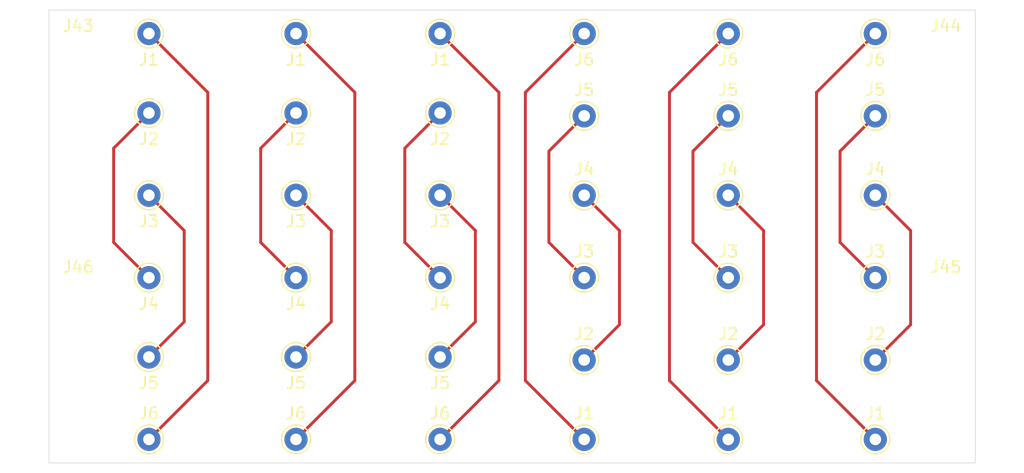
<source format=kicad_pcb>
(kicad_pcb (version 20171130) (host pcbnew "(5.1.6)-1")

  (general
    (thickness 1.6)
    (drawings 4)
    (tracks 66)
    (zones 0)
    (modules 40)
    (nets 8)
  )

  (page A4)
  (layers
    (0 F.Cu signal)
    (31 B.Cu signal)
    (32 B.Adhes user)
    (33 F.Adhes user)
    (34 B.Paste user)
    (35 F.Paste user)
    (36 B.SilkS user)
    (37 F.SilkS user)
    (38 B.Mask user)
    (39 F.Mask user)
    (40 Dwgs.User user)
    (41 Cmts.User user)
    (42 Eco1.User user)
    (43 Eco2.User user)
    (44 Edge.Cuts user)
    (45 Margin user)
    (46 B.CrtYd user)
    (47 F.CrtYd user)
    (48 B.Fab user)
    (49 F.Fab user)
  )

  (setup
    (last_trace_width 0.25)
    (trace_clearance 0.2)
    (zone_clearance 0.508)
    (zone_45_only no)
    (trace_min 0.2)
    (via_size 0.8)
    (via_drill 0.4)
    (via_min_size 0.4)
    (via_min_drill 0.3)
    (uvia_size 0.3)
    (uvia_drill 0.1)
    (uvias_allowed no)
    (uvia_min_size 0.2)
    (uvia_min_drill 0.1)
    (edge_width 0.05)
    (segment_width 0.2)
    (pcb_text_width 0.3)
    (pcb_text_size 1.5 1.5)
    (mod_edge_width 0.12)
    (mod_text_size 1 1)
    (mod_text_width 0.15)
    (pad_size 2 2)
    (pad_drill 1)
    (pad_to_mask_clearance 0.05)
    (aux_axis_origin 0 0)
    (visible_elements 7FFFFFFF)
    (pcbplotparams
      (layerselection 0x00000_7fffffff)
      (usegerberextensions false)
      (usegerberattributes true)
      (usegerberadvancedattributes true)
      (creategerberjobfile true)
      (excludeedgelayer true)
      (linewidth 0.100000)
      (plotframeref false)
      (viasonmask false)
      (mode 1)
      (useauxorigin false)
      (hpglpennumber 1)
      (hpglpenspeed 20)
      (hpglpendiameter 15.000000)
      (psnegative false)
      (psa4output false)
      (plotreference true)
      (plotvalue true)
      (plotinvisibletext false)
      (padsonsilk false)
      (subtractmaskfromsilk false)
      (outputformat 3)
      (mirror false)
      (drillshape 2)
      (scaleselection 1)
      (outputdirectory ""))
  )

  (net 0 "")
  (net 1 "Net-(J1-Pad1)")
  (net 2 "Net-(J2-Pad1)")
  (net 3 "Net-(J3-Pad1)")
  (net 4 "Net-(J43-Pad1)")
  (net 5 "Net-(J44-Pad1)")
  (net 6 "Net-(J45-Pad1)")
  (net 7 "Net-(J46-Pad1)")

  (net_class Default "This is the default net class."
    (clearance 0.2)
    (trace_width 0.25)
    (via_dia 0.8)
    (via_drill 0.4)
    (uvia_dia 0.3)
    (uvia_drill 0.1)
    (add_net "Net-(J1-Pad1)")
    (add_net "Net-(J2-Pad1)")
    (add_net "Net-(J3-Pad1)")
    (add_net "Net-(J43-Pad1)")
    (add_net "Net-(J44-Pad1)")
    (add_net "Net-(J45-Pad1)")
    (add_net "Net-(J46-Pad1)")
  )

  (module LEGENDHVLongConnector:HarwinPin (layer F.Cu) (tedit 5F05E013) (tstamp 5F03C891)
    (at 122.174 66.802 180)
    (descr "solder Pin_ diameter 1.0mm, hole diameter 1.0mm (press fit), length 10.0mm")
    (tags "solder Pin_ press fit")
    (path /5F0371FB)
    (fp_text reference J4 (at 0 2.25) (layer F.SilkS)
      (effects (font (size 1 1) (thickness 0.15)))
    )
    (fp_text value Conn_01x01_Male (at 0 -2.05) (layer F.Fab)
      (effects (font (size 1 1) (thickness 0.15)))
    )
    (fp_text user %R (at 0 2.25) (layer F.Fab)
      (effects (font (size 1 1) (thickness 0.15)))
    )
    (fp_circle (center 0 0) (end 1.25 0.05) (layer F.SilkS) (width 0.12))
    (fp_circle (center 0 0) (end 1 0) (layer F.Fab) (width 0.12))
    (fp_circle (center 0 0) (end 0.5 0) (layer F.Fab) (width 0.12))
    (fp_circle (center 0 0) (end 1.5 0) (layer F.CrtYd) (width 0.05))
    (pad 1 thru_hole circle (at 0 0 180) (size 2 2) (drill 1) (layers *.Cu *.Mask)
      (net 2 "Net-(J2-Pad1)"))
    (model "${KIPRJMOD}/Harwin pin 019144.STEP"
      (offset (xyz 0 0 -0.6))
      (scale (xyz 1 1 1))
      (rotate (xyz 0 180 0))
    )
  )

  (module LEGENDHVLongConnector:HarwinPin (layer F.Cu) (tedit 5F05E013) (tstamp 5F03C888)
    (at 122.174 73.914 180)
    (descr "solder Pin_ diameter 1.0mm, hole diameter 1.0mm (press fit), length 10.0mm")
    (tags "solder Pin_ press fit")
    (path /5F036D68)
    (fp_text reference J3 (at 0 2.25) (layer F.SilkS)
      (effects (font (size 1 1) (thickness 0.15)))
    )
    (fp_text value Conn_01x01_Male (at 0 -2.05) (layer F.Fab)
      (effects (font (size 1 1) (thickness 0.15)))
    )
    (fp_text user %R (at 0 2.25) (layer F.Fab)
      (effects (font (size 1 1) (thickness 0.15)))
    )
    (fp_circle (center 0 0) (end 1.25 0.05) (layer F.SilkS) (width 0.12))
    (fp_circle (center 0 0) (end 1 0) (layer F.Fab) (width 0.12))
    (fp_circle (center 0 0) (end 0.5 0) (layer F.Fab) (width 0.12))
    (fp_circle (center 0 0) (end 1.5 0) (layer F.CrtYd) (width 0.05))
    (pad 1 thru_hole circle (at 0 0 180) (size 2 2) (drill 1) (layers *.Cu *.Mask)
      (net 3 "Net-(J3-Pad1)"))
    (model "${KIPRJMOD}/Harwin pin 019144.STEP"
      (offset (xyz 0 0 -0.6))
      (scale (xyz 1 1 1))
      (rotate (xyz 0 180 0))
    )
  )

  (module LEGENDHVLongConnector:HarwinPin (layer F.Cu) (tedit 5F05E013) (tstamp 5F03C87F)
    (at 122.174 59.944 180)
    (descr "solder Pin_ diameter 1.0mm, hole diameter 1.0mm (press fit), length 10.0mm")
    (tags "solder Pin_ press fit")
    (path /5F037205)
    (fp_text reference J5 (at 0 2.25) (layer F.SilkS)
      (effects (font (size 1 1) (thickness 0.15)))
    )
    (fp_text value Conn_01x01_Male (at 0 -2.05) (layer F.Fab)
      (effects (font (size 1 1) (thickness 0.15)))
    )
    (fp_text user %R (at 0 2.25) (layer F.Fab)
      (effects (font (size 1 1) (thickness 0.15)))
    )
    (fp_circle (center 0 0) (end 1.25 0.05) (layer F.SilkS) (width 0.12))
    (fp_circle (center 0 0) (end 1 0) (layer F.Fab) (width 0.12))
    (fp_circle (center 0 0) (end 0.5 0) (layer F.Fab) (width 0.12))
    (fp_circle (center 0 0) (end 1.5 0) (layer F.CrtYd) (width 0.05))
    (pad 1 thru_hole circle (at 0 0 180) (size 2 2) (drill 1) (layers *.Cu *.Mask)
      (net 3 "Net-(J3-Pad1)"))
    (model "${KIPRJMOD}/Harwin pin 019144.STEP"
      (offset (xyz 0 0 -0.6))
      (scale (xyz 1 1 1))
      (rotate (xyz 0 180 0))
    )
  )

  (module LEGENDHVLongConnector:HarwinPin (layer F.Cu) (tedit 5F05E013) (tstamp 5F03C876)
    (at 122.174 52.832)
    (descr "solder Pin_ diameter 1.0mm, hole diameter 1.0mm (press fit), length 10.0mm")
    (tags "solder Pin_ press fit")
    (path /5F03720F)
    (fp_text reference J6 (at 0 2.25) (layer F.SilkS)
      (effects (font (size 1 1) (thickness 0.15)))
    )
    (fp_text value Conn_01x01_Male (at 0 -2.05) (layer F.Fab)
      (effects (font (size 1 1) (thickness 0.15)))
    )
    (fp_text user %R (at 0 2.25) (layer F.Fab)
      (effects (font (size 1 1) (thickness 0.15)))
    )
    (fp_circle (center 0 0) (end 1.25 0.05) (layer F.SilkS) (width 0.12))
    (fp_circle (center 0 0) (end 1 0) (layer F.Fab) (width 0.12))
    (fp_circle (center 0 0) (end 0.5 0) (layer F.Fab) (width 0.12))
    (fp_circle (center 0 0) (end 1.5 0) (layer F.CrtYd) (width 0.05))
    (pad 1 thru_hole circle (at 0 0) (size 2 2) (drill 1) (layers *.Cu *.Mask)
      (net 1 "Net-(J1-Pad1)"))
    (model "${KIPRJMOD}/Harwin pin 019144.STEP"
      (offset (xyz 0 0 -0.6))
      (scale (xyz 1 1 1))
      (rotate (xyz 0 180 0))
    )
  )

  (module LEGENDHVLongConnector:HarwinPin (layer F.Cu) (tedit 5F05E013) (tstamp 5F03C86D)
    (at 122.174 87.884 180)
    (descr "solder Pin_ diameter 1.0mm, hole diameter 1.0mm (press fit), length 10.0mm")
    (tags "solder Pin_ press fit")
    (path /5F034F32)
    (fp_text reference J1 (at 0 2.25) (layer F.SilkS)
      (effects (font (size 1 1) (thickness 0.15)))
    )
    (fp_text value Conn_01x01_Male (at 0 -2.05) (layer F.Fab)
      (effects (font (size 1 1) (thickness 0.15)))
    )
    (fp_text user %R (at 0 2.25) (layer F.Fab)
      (effects (font (size 1 1) (thickness 0.15)))
    )
    (fp_circle (center 0 0) (end 1.25 0.05) (layer F.SilkS) (width 0.12))
    (fp_circle (center 0 0) (end 1 0) (layer F.Fab) (width 0.12))
    (fp_circle (center 0 0) (end 0.5 0) (layer F.Fab) (width 0.12))
    (fp_circle (center 0 0) (end 1.5 0) (layer F.CrtYd) (width 0.05))
    (pad 1 thru_hole circle (at 0 0 180) (size 2 2) (drill 1) (layers *.Cu *.Mask)
      (net 1 "Net-(J1-Pad1)"))
    (model "${KIPRJMOD}/Harwin pin 019144.STEP"
      (offset (xyz 0 0 -0.6))
      (scale (xyz 1 1 1))
      (rotate (xyz 0 180 0))
    )
  )

  (module LEGENDHVLongConnector:HarwinPin (layer F.Cu) (tedit 5F05E013) (tstamp 5F03C864)
    (at 122.174 81.026 180)
    (descr "solder Pin_ diameter 1.0mm, hole diameter 1.0mm (press fit), length 10.0mm")
    (tags "solder Pin_ press fit")
    (path /5F036660)
    (fp_text reference J2 (at 0 2.25) (layer F.SilkS)
      (effects (font (size 1 1) (thickness 0.15)))
    )
    (fp_text value Conn_01x01_Male (at 0 -2.05) (layer F.Fab)
      (effects (font (size 1 1) (thickness 0.15)))
    )
    (fp_text user %R (at 0 2.25) (layer F.Fab)
      (effects (font (size 1 1) (thickness 0.15)))
    )
    (fp_circle (center 0 0) (end 1.25 0.05) (layer F.SilkS) (width 0.12))
    (fp_circle (center 0 0) (end 1 0) (layer F.Fab) (width 0.12))
    (fp_circle (center 0 0) (end 0.5 0) (layer F.Fab) (width 0.12))
    (fp_circle (center 0 0) (end 1.5 0) (layer F.CrtYd) (width 0.05))
    (pad 1 thru_hole circle (at 0 0 180) (size 2 2) (drill 1) (layers *.Cu *.Mask)
      (net 2 "Net-(J2-Pad1)"))
    (model "${KIPRJMOD}/Harwin pin 019144.STEP"
      (offset (xyz 0 0 -0.6))
      (scale (xyz 1 1 1))
      (rotate (xyz 0 180 0))
    )
  )

  (module LEGENDHVLongConnector:HarwinPin (layer F.Cu) (tedit 5F05E013) (tstamp 5F03C858)
    (at 97.028 66.802 180)
    (descr "solder Pin_ diameter 1.0mm, hole diameter 1.0mm (press fit), length 10.0mm")
    (tags "solder Pin_ press fit")
    (path /5F0371FB)
    (fp_text reference J4 (at 0 2.25) (layer F.SilkS)
      (effects (font (size 1 1) (thickness 0.15)))
    )
    (fp_text value Conn_01x01_Male (at 0 -2.05) (layer F.Fab)
      (effects (font (size 1 1) (thickness 0.15)))
    )
    (fp_text user %R (at 0 2.25) (layer F.Fab)
      (effects (font (size 1 1) (thickness 0.15)))
    )
    (fp_circle (center 0 0) (end 1.25 0.05) (layer F.SilkS) (width 0.12))
    (fp_circle (center 0 0) (end 1 0) (layer F.Fab) (width 0.12))
    (fp_circle (center 0 0) (end 0.5 0) (layer F.Fab) (width 0.12))
    (fp_circle (center 0 0) (end 1.5 0) (layer F.CrtYd) (width 0.05))
    (pad 1 thru_hole circle (at 0 0 180) (size 2 2) (drill 1) (layers *.Cu *.Mask)
      (net 2 "Net-(J2-Pad1)"))
    (model "${KIPRJMOD}/Harwin pin 019144.STEP"
      (offset (xyz 0 0 -0.6))
      (scale (xyz 1 1 1))
      (rotate (xyz 0 180 0))
    )
  )

  (module LEGENDHVLongConnector:HarwinPin (layer F.Cu) (tedit 5F05E013) (tstamp 5F03C84F)
    (at 109.474 66.802 180)
    (descr "solder Pin_ diameter 1.0mm, hole diameter 1.0mm (press fit), length 10.0mm")
    (tags "solder Pin_ press fit")
    (path /5F0371FB)
    (fp_text reference J4 (at 0 2.25) (layer F.SilkS)
      (effects (font (size 1 1) (thickness 0.15)))
    )
    (fp_text value Conn_01x01_Male (at 0 -2.05) (layer F.Fab)
      (effects (font (size 1 1) (thickness 0.15)))
    )
    (fp_text user %R (at 0 2.25) (layer F.Fab)
      (effects (font (size 1 1) (thickness 0.15)))
    )
    (fp_circle (center 0 0) (end 1.25 0.05) (layer F.SilkS) (width 0.12))
    (fp_circle (center 0 0) (end 1 0) (layer F.Fab) (width 0.12))
    (fp_circle (center 0 0) (end 0.5 0) (layer F.Fab) (width 0.12))
    (fp_circle (center 0 0) (end 1.5 0) (layer F.CrtYd) (width 0.05))
    (pad 1 thru_hole circle (at 0 0 180) (size 2 2) (drill 1) (layers *.Cu *.Mask)
      (net 2 "Net-(J2-Pad1)"))
    (model "${KIPRJMOD}/Harwin pin 019144.STEP"
      (offset (xyz 0 0 -0.6))
      (scale (xyz 1 1 1))
      (rotate (xyz 0 180 0))
    )
  )

  (module LEGENDHVLongConnector:HarwinPin (layer F.Cu) (tedit 5F05E013) (tstamp 5F03C846)
    (at 109.474 73.914 180)
    (descr "solder Pin_ diameter 1.0mm, hole diameter 1.0mm (press fit), length 10.0mm")
    (tags "solder Pin_ press fit")
    (path /5F036D68)
    (fp_text reference J3 (at 0 2.25) (layer F.SilkS)
      (effects (font (size 1 1) (thickness 0.15)))
    )
    (fp_text value Conn_01x01_Male (at 0 -2.05) (layer F.Fab)
      (effects (font (size 1 1) (thickness 0.15)))
    )
    (fp_text user %R (at 0 2.25) (layer F.Fab)
      (effects (font (size 1 1) (thickness 0.15)))
    )
    (fp_circle (center 0 0) (end 1.25 0.05) (layer F.SilkS) (width 0.12))
    (fp_circle (center 0 0) (end 1 0) (layer F.Fab) (width 0.12))
    (fp_circle (center 0 0) (end 0.5 0) (layer F.Fab) (width 0.12))
    (fp_circle (center 0 0) (end 1.5 0) (layer F.CrtYd) (width 0.05))
    (pad 1 thru_hole circle (at 0 0 180) (size 2 2) (drill 1) (layers *.Cu *.Mask)
      (net 3 "Net-(J3-Pad1)"))
    (model "${KIPRJMOD}/Harwin pin 019144.STEP"
      (offset (xyz 0 0 -0.6))
      (scale (xyz 1 1 1))
      (rotate (xyz 0 180 0))
    )
  )

  (module LEGENDHVLongConnector:HarwinPin (layer F.Cu) (tedit 5F05E013) (tstamp 5F03C83D)
    (at 109.474 52.832)
    (descr "solder Pin_ diameter 1.0mm, hole diameter 1.0mm (press fit), length 10.0mm")
    (tags "solder Pin_ press fit")
    (path /5F03720F)
    (fp_text reference J6 (at 0 2.25) (layer F.SilkS)
      (effects (font (size 1 1) (thickness 0.15)))
    )
    (fp_text value Conn_01x01_Male (at 0 -2.05) (layer F.Fab)
      (effects (font (size 1 1) (thickness 0.15)))
    )
    (fp_text user %R (at 0 2.25) (layer F.Fab)
      (effects (font (size 1 1) (thickness 0.15)))
    )
    (fp_circle (center 0 0) (end 1.25 0.05) (layer F.SilkS) (width 0.12))
    (fp_circle (center 0 0) (end 1 0) (layer F.Fab) (width 0.12))
    (fp_circle (center 0 0) (end 0.5 0) (layer F.Fab) (width 0.12))
    (fp_circle (center 0 0) (end 1.5 0) (layer F.CrtYd) (width 0.05))
    (pad 1 thru_hole circle (at 0 0) (size 2 2) (drill 1) (layers *.Cu *.Mask)
      (net 1 "Net-(J1-Pad1)"))
    (model "${KIPRJMOD}/Harwin pin 019144.STEP"
      (offset (xyz 0 0 -0.6))
      (scale (xyz 1 1 1))
      (rotate (xyz 0 180 0))
    )
  )

  (module LEGENDHVLongConnector:HarwinPin (layer F.Cu) (tedit 5F05E013) (tstamp 5F03C834)
    (at 109.474 87.884 180)
    (descr "solder Pin_ diameter 1.0mm, hole diameter 1.0mm (press fit), length 10.0mm")
    (tags "solder Pin_ press fit")
    (path /5F034F32)
    (fp_text reference J1 (at 0 2.25) (layer F.SilkS)
      (effects (font (size 1 1) (thickness 0.15)))
    )
    (fp_text value Conn_01x01_Male (at 0 -2.05) (layer F.Fab)
      (effects (font (size 1 1) (thickness 0.15)))
    )
    (fp_text user %R (at 0 2.25) (layer F.Fab)
      (effects (font (size 1 1) (thickness 0.15)))
    )
    (fp_circle (center 0 0) (end 1.25 0.05) (layer F.SilkS) (width 0.12))
    (fp_circle (center 0 0) (end 1 0) (layer F.Fab) (width 0.12))
    (fp_circle (center 0 0) (end 0.5 0) (layer F.Fab) (width 0.12))
    (fp_circle (center 0 0) (end 1.5 0) (layer F.CrtYd) (width 0.05))
    (pad 1 thru_hole circle (at 0 0 180) (size 2 2) (drill 1) (layers *.Cu *.Mask)
      (net 1 "Net-(J1-Pad1)"))
    (model "${KIPRJMOD}/Harwin pin 019144.STEP"
      (offset (xyz 0 0 -0.6))
      (scale (xyz 1 1 1))
      (rotate (xyz 0 180 0))
    )
  )

  (module LEGENDHVLongConnector:HarwinPin (layer F.Cu) (tedit 5F05E013) (tstamp 5F03C82B)
    (at 97.028 87.884 180)
    (descr "solder Pin_ diameter 1.0mm, hole diameter 1.0mm (press fit), length 10.0mm")
    (tags "solder Pin_ press fit")
    (path /5F034F32)
    (fp_text reference J1 (at 0 2.25) (layer F.SilkS)
      (effects (font (size 1 1) (thickness 0.15)))
    )
    (fp_text value Conn_01x01_Male (at 0 -2.05) (layer F.Fab)
      (effects (font (size 1 1) (thickness 0.15)))
    )
    (fp_text user %R (at 0 2.25) (layer F.Fab)
      (effects (font (size 1 1) (thickness 0.15)))
    )
    (fp_circle (center 0 0) (end 1.25 0.05) (layer F.SilkS) (width 0.12))
    (fp_circle (center 0 0) (end 1 0) (layer F.Fab) (width 0.12))
    (fp_circle (center 0 0) (end 0.5 0) (layer F.Fab) (width 0.12))
    (fp_circle (center 0 0) (end 1.5 0) (layer F.CrtYd) (width 0.05))
    (pad 1 thru_hole circle (at 0 0 180) (size 2 2) (drill 1) (layers *.Cu *.Mask)
      (net 1 "Net-(J1-Pad1)"))
    (model "${KIPRJMOD}/Harwin pin 019144.STEP"
      (offset (xyz 0 0 -0.6))
      (scale (xyz 1 1 1))
      (rotate (xyz 0 180 0))
    )
  )

  (module LEGENDHVLongConnector:HarwinPin (layer F.Cu) (tedit 5F05E013) (tstamp 5F03C822)
    (at 109.474 81.026 180)
    (descr "solder Pin_ diameter 1.0mm, hole diameter 1.0mm (press fit), length 10.0mm")
    (tags "solder Pin_ press fit")
    (path /5F036660)
    (fp_text reference J2 (at 0 2.25) (layer F.SilkS)
      (effects (font (size 1 1) (thickness 0.15)))
    )
    (fp_text value Conn_01x01_Male (at 0 -2.05) (layer F.Fab)
      (effects (font (size 1 1) (thickness 0.15)))
    )
    (fp_text user %R (at 0 2.25) (layer F.Fab)
      (effects (font (size 1 1) (thickness 0.15)))
    )
    (fp_circle (center 0 0) (end 1.25 0.05) (layer F.SilkS) (width 0.12))
    (fp_circle (center 0 0) (end 1 0) (layer F.Fab) (width 0.12))
    (fp_circle (center 0 0) (end 0.5 0) (layer F.Fab) (width 0.12))
    (fp_circle (center 0 0) (end 1.5 0) (layer F.CrtYd) (width 0.05))
    (pad 1 thru_hole circle (at 0 0 180) (size 2 2) (drill 1) (layers *.Cu *.Mask)
      (net 2 "Net-(J2-Pad1)"))
    (model "${KIPRJMOD}/Harwin pin 019144.STEP"
      (offset (xyz 0 0 -0.6))
      (scale (xyz 1 1 1))
      (rotate (xyz 0 180 0))
    )
  )

  (module LEGENDHVLongConnector:HarwinPin (layer F.Cu) (tedit 5F05E013) (tstamp 5F03C819)
    (at 109.474 59.944 180)
    (descr "solder Pin_ diameter 1.0mm, hole diameter 1.0mm (press fit), length 10.0mm")
    (tags "solder Pin_ press fit")
    (path /5F037205)
    (fp_text reference J5 (at 0 2.25) (layer F.SilkS)
      (effects (font (size 1 1) (thickness 0.15)))
    )
    (fp_text value Conn_01x01_Male (at 0 -2.05) (layer F.Fab)
      (effects (font (size 1 1) (thickness 0.15)))
    )
    (fp_text user %R (at 0 2.25) (layer F.Fab)
      (effects (font (size 1 1) (thickness 0.15)))
    )
    (fp_circle (center 0 0) (end 1.25 0.05) (layer F.SilkS) (width 0.12))
    (fp_circle (center 0 0) (end 1 0) (layer F.Fab) (width 0.12))
    (fp_circle (center 0 0) (end 0.5 0) (layer F.Fab) (width 0.12))
    (fp_circle (center 0 0) (end 1.5 0) (layer F.CrtYd) (width 0.05))
    (pad 1 thru_hole circle (at 0 0 180) (size 2 2) (drill 1) (layers *.Cu *.Mask)
      (net 3 "Net-(J3-Pad1)"))
    (model "${KIPRJMOD}/Harwin pin 019144.STEP"
      (offset (xyz 0 0 -0.6))
      (scale (xyz 1 1 1))
      (rotate (xyz 0 180 0))
    )
  )

  (module LEGENDHVLongConnector:HarwinPin (layer F.Cu) (tedit 5F05E013) (tstamp 5F03C810)
    (at 97.028 59.944 180)
    (descr "solder Pin_ diameter 1.0mm, hole diameter 1.0mm (press fit), length 10.0mm")
    (tags "solder Pin_ press fit")
    (path /5F037205)
    (fp_text reference J5 (at 0 2.25) (layer F.SilkS)
      (effects (font (size 1 1) (thickness 0.15)))
    )
    (fp_text value Conn_01x01_Male (at 0 -2.05) (layer F.Fab)
      (effects (font (size 1 1) (thickness 0.15)))
    )
    (fp_text user %R (at 0 2.25) (layer F.Fab)
      (effects (font (size 1 1) (thickness 0.15)))
    )
    (fp_circle (center 0 0) (end 1.25 0.05) (layer F.SilkS) (width 0.12))
    (fp_circle (center 0 0) (end 1 0) (layer F.Fab) (width 0.12))
    (fp_circle (center 0 0) (end 0.5 0) (layer F.Fab) (width 0.12))
    (fp_circle (center 0 0) (end 1.5 0) (layer F.CrtYd) (width 0.05))
    (pad 1 thru_hole circle (at 0 0 180) (size 2 2) (drill 1) (layers *.Cu *.Mask)
      (net 3 "Net-(J3-Pad1)"))
    (model "${KIPRJMOD}/Harwin pin 019144.STEP"
      (offset (xyz 0 0 -0.6))
      (scale (xyz 1 1 1))
      (rotate (xyz 0 180 0))
    )
  )

  (module LEGENDHVLongConnector:HarwinPin (layer F.Cu) (tedit 5F05E013) (tstamp 5F03C807)
    (at 97.028 81.026 180)
    (descr "solder Pin_ diameter 1.0mm, hole diameter 1.0mm (press fit), length 10.0mm")
    (tags "solder Pin_ press fit")
    (path /5F036660)
    (fp_text reference J2 (at 0 2.25) (layer F.SilkS)
      (effects (font (size 1 1) (thickness 0.15)))
    )
    (fp_text value Conn_01x01_Male (at 0 -2.05) (layer F.Fab)
      (effects (font (size 1 1) (thickness 0.15)))
    )
    (fp_text user %R (at 0 2.25) (layer F.Fab)
      (effects (font (size 1 1) (thickness 0.15)))
    )
    (fp_circle (center 0 0) (end 1.25 0.05) (layer F.SilkS) (width 0.12))
    (fp_circle (center 0 0) (end 1 0) (layer F.Fab) (width 0.12))
    (fp_circle (center 0 0) (end 0.5 0) (layer F.Fab) (width 0.12))
    (fp_circle (center 0 0) (end 1.5 0) (layer F.CrtYd) (width 0.05))
    (pad 1 thru_hole circle (at 0 0 180) (size 2 2) (drill 1) (layers *.Cu *.Mask)
      (net 2 "Net-(J2-Pad1)"))
    (model "${KIPRJMOD}/Harwin pin 019144.STEP"
      (offset (xyz 0 0 -0.6))
      (scale (xyz 1 1 1))
      (rotate (xyz 0 180 0))
    )
  )

  (module LEGENDHVLongConnector:HarwinPin (layer F.Cu) (tedit 5F05E013) (tstamp 5F03C7FE)
    (at 97.028 52.832)
    (descr "solder Pin_ diameter 1.0mm, hole diameter 1.0mm (press fit), length 10.0mm")
    (tags "solder Pin_ press fit")
    (path /5F03720F)
    (fp_text reference J6 (at 0 2.25) (layer F.SilkS)
      (effects (font (size 1 1) (thickness 0.15)))
    )
    (fp_text value Conn_01x01_Male (at 0 -2.05) (layer F.Fab)
      (effects (font (size 1 1) (thickness 0.15)))
    )
    (fp_text user %R (at 0 2.25) (layer F.Fab)
      (effects (font (size 1 1) (thickness 0.15)))
    )
    (fp_circle (center 0 0) (end 1.25 0.05) (layer F.SilkS) (width 0.12))
    (fp_circle (center 0 0) (end 1 0) (layer F.Fab) (width 0.12))
    (fp_circle (center 0 0) (end 0.5 0) (layer F.Fab) (width 0.12))
    (fp_circle (center 0 0) (end 1.5 0) (layer F.CrtYd) (width 0.05))
    (pad 1 thru_hole circle (at 0 0) (size 2 2) (drill 1) (layers *.Cu *.Mask)
      (net 1 "Net-(J1-Pad1)"))
    (model "${KIPRJMOD}/Harwin pin 019144.STEP"
      (offset (xyz 0 0 -0.6))
      (scale (xyz 1 1 1))
      (rotate (xyz 0 180 0))
    )
  )

  (module LEGENDHVLongConnector:HarwinPin (layer F.Cu) (tedit 5F05E013) (tstamp 5F03C7F5)
    (at 97.028 73.914 180)
    (descr "solder Pin_ diameter 1.0mm, hole diameter 1.0mm (press fit), length 10.0mm")
    (tags "solder Pin_ press fit")
    (path /5F036D68)
    (fp_text reference J3 (at 0 2.25) (layer F.SilkS)
      (effects (font (size 1 1) (thickness 0.15)))
    )
    (fp_text value Conn_01x01_Male (at 0 -2.05) (layer F.Fab)
      (effects (font (size 1 1) (thickness 0.15)))
    )
    (fp_text user %R (at 0 2.25) (layer F.Fab)
      (effects (font (size 1 1) (thickness 0.15)))
    )
    (fp_circle (center 0 0) (end 1.25 0.05) (layer F.SilkS) (width 0.12))
    (fp_circle (center 0 0) (end 1 0) (layer F.Fab) (width 0.12))
    (fp_circle (center 0 0) (end 0.5 0) (layer F.Fab) (width 0.12))
    (fp_circle (center 0 0) (end 1.5 0) (layer F.CrtYd) (width 0.05))
    (pad 1 thru_hole circle (at 0 0 180) (size 2 2) (drill 1) (layers *.Cu *.Mask)
      (net 3 "Net-(J3-Pad1)"))
    (model "${KIPRJMOD}/Harwin pin 019144.STEP"
      (offset (xyz 0 0 -0.6))
      (scale (xyz 1 1 1))
      (rotate (xyz 0 180 0))
    )
  )

  (module LEGENDHVLongConnector:HarwinPin (layer F.Cu) (tedit 5F05E013) (tstamp 5F03C7BB)
    (at 84.582 73.914)
    (descr "solder Pin_ diameter 1.0mm, hole diameter 1.0mm (press fit), length 10.0mm")
    (tags "solder Pin_ press fit")
    (path /5F0371FB)
    (fp_text reference J4 (at 0 2.25) (layer F.SilkS)
      (effects (font (size 1 1) (thickness 0.15)))
    )
    (fp_text value Conn_01x01_Male (at 0 -2.05) (layer F.Fab)
      (effects (font (size 1 1) (thickness 0.15)))
    )
    (fp_text user %R (at 0 2.25) (layer F.Fab)
      (effects (font (size 1 1) (thickness 0.15)))
    )
    (fp_circle (center 0 0) (end 1.25 0.05) (layer F.SilkS) (width 0.12))
    (fp_circle (center 0 0) (end 1 0) (layer F.Fab) (width 0.12))
    (fp_circle (center 0 0) (end 0.5 0) (layer F.Fab) (width 0.12))
    (fp_circle (center 0 0) (end 1.5 0) (layer F.CrtYd) (width 0.05))
    (pad 1 thru_hole circle (at 0 0) (size 2 2) (drill 1) (layers *.Cu *.Mask)
      (net 2 "Net-(J2-Pad1)"))
    (model "${KIPRJMOD}/Harwin pin 019144.STEP"
      (offset (xyz 0 0 -0.6))
      (scale (xyz 1 1 1))
      (rotate (xyz 0 180 0))
    )
  )

  (module LEGENDHVLongConnector:HarwinPin (layer F.Cu) (tedit 5F05E013) (tstamp 5F03C7A9)
    (at 72.136 73.914)
    (descr "solder Pin_ diameter 1.0mm, hole diameter 1.0mm (press fit), length 10.0mm")
    (tags "solder Pin_ press fit")
    (path /5F0371FB)
    (fp_text reference J4 (at 0 2.25) (layer F.SilkS)
      (effects (font (size 1 1) (thickness 0.15)))
    )
    (fp_text value Conn_01x01_Male (at 0 -2.05) (layer F.Fab)
      (effects (font (size 1 1) (thickness 0.15)))
    )
    (fp_text user %R (at 0 2.25) (layer F.Fab)
      (effects (font (size 1 1) (thickness 0.15)))
    )
    (fp_circle (center 0 0) (end 1.25 0.05) (layer F.SilkS) (width 0.12))
    (fp_circle (center 0 0) (end 1 0) (layer F.Fab) (width 0.12))
    (fp_circle (center 0 0) (end 0.5 0) (layer F.Fab) (width 0.12))
    (fp_circle (center 0 0) (end 1.5 0) (layer F.CrtYd) (width 0.05))
    (pad 1 thru_hole circle (at 0 0) (size 2 2) (drill 1) (layers *.Cu *.Mask)
      (net 2 "Net-(J2-Pad1)"))
    (model "${KIPRJMOD}/Harwin pin 019144.STEP"
      (offset (xyz 0 0 -0.6))
      (scale (xyz 1 1 1))
      (rotate (xyz 0 180 0))
    )
  )

  (module LEGENDHVLongConnector:HarwinPin (layer F.Cu) (tedit 5F05E013) (tstamp 5F03C78E)
    (at 84.582 66.802)
    (descr "solder Pin_ diameter 1.0mm, hole diameter 1.0mm (press fit), length 10.0mm")
    (tags "solder Pin_ press fit")
    (path /5F036D68)
    (fp_text reference J3 (at 0 2.25) (layer F.SilkS)
      (effects (font (size 1 1) (thickness 0.15)))
    )
    (fp_text value Conn_01x01_Male (at 0 -2.05) (layer F.Fab)
      (effects (font (size 1 1) (thickness 0.15)))
    )
    (fp_text user %R (at 0 2.25) (layer F.Fab)
      (effects (font (size 1 1) (thickness 0.15)))
    )
    (fp_circle (center 0 0) (end 1.25 0.05) (layer F.SilkS) (width 0.12))
    (fp_circle (center 0 0) (end 1 0) (layer F.Fab) (width 0.12))
    (fp_circle (center 0 0) (end 0.5 0) (layer F.Fab) (width 0.12))
    (fp_circle (center 0 0) (end 1.5 0) (layer F.CrtYd) (width 0.05))
    (pad 1 thru_hole circle (at 0 0) (size 2 2) (drill 1) (layers *.Cu *.Mask)
      (net 3 "Net-(J3-Pad1)"))
    (model "${KIPRJMOD}/Harwin pin 019144.STEP"
      (offset (xyz 0 0 -0.6))
      (scale (xyz 1 1 1))
      (rotate (xyz 0 180 0))
    )
  )

  (module LEGENDHVLongConnector:HarwinPin (layer F.Cu) (tedit 5F05E013) (tstamp 5F03C77C)
    (at 72.136 66.802)
    (descr "solder Pin_ diameter 1.0mm, hole diameter 1.0mm (press fit), length 10.0mm")
    (tags "solder Pin_ press fit")
    (path /5F036D68)
    (fp_text reference J3 (at 0 2.25) (layer F.SilkS)
      (effects (font (size 1 1) (thickness 0.15)))
    )
    (fp_text value Conn_01x01_Male (at 0 -2.05) (layer F.Fab)
      (effects (font (size 1 1) (thickness 0.15)))
    )
    (fp_text user %R (at 0 2.25) (layer F.Fab)
      (effects (font (size 1 1) (thickness 0.15)))
    )
    (fp_circle (center 0 0) (end 1.25 0.05) (layer F.SilkS) (width 0.12))
    (fp_circle (center 0 0) (end 1 0) (layer F.Fab) (width 0.12))
    (fp_circle (center 0 0) (end 0.5 0) (layer F.Fab) (width 0.12))
    (fp_circle (center 0 0) (end 1.5 0) (layer F.CrtYd) (width 0.05))
    (pad 1 thru_hole circle (at 0 0) (size 2 2) (drill 1) (layers *.Cu *.Mask)
      (net 3 "Net-(J3-Pad1)"))
    (model "${KIPRJMOD}/Harwin pin 019144.STEP"
      (offset (xyz 0 0 -0.6))
      (scale (xyz 1 1 1))
      (rotate (xyz 0 180 0))
    )
  )

  (module LEGENDHVLongConnector:HarwinPin (layer F.Cu) (tedit 5F05E013) (tstamp 5F03C761)
    (at 84.582 80.772)
    (descr "solder Pin_ diameter 1.0mm, hole diameter 1.0mm (press fit), length 10.0mm")
    (tags "solder Pin_ press fit")
    (path /5F037205)
    (fp_text reference J5 (at 0 2.25) (layer F.SilkS)
      (effects (font (size 1 1) (thickness 0.15)))
    )
    (fp_text value Conn_01x01_Male (at 0 -2.05) (layer F.Fab)
      (effects (font (size 1 1) (thickness 0.15)))
    )
    (fp_text user %R (at 0 2.25) (layer F.Fab)
      (effects (font (size 1 1) (thickness 0.15)))
    )
    (fp_circle (center 0 0) (end 1.25 0.05) (layer F.SilkS) (width 0.12))
    (fp_circle (center 0 0) (end 1 0) (layer F.Fab) (width 0.12))
    (fp_circle (center 0 0) (end 0.5 0) (layer F.Fab) (width 0.12))
    (fp_circle (center 0 0) (end 1.5 0) (layer F.CrtYd) (width 0.05))
    (pad 1 thru_hole circle (at 0 0) (size 2 2) (drill 1) (layers *.Cu *.Mask)
      (net 3 "Net-(J3-Pad1)"))
    (model "${KIPRJMOD}/Harwin pin 019144.STEP"
      (offset (xyz 0 0 -0.6))
      (scale (xyz 1 1 1))
      (rotate (xyz 0 180 0))
    )
  )

  (module LEGENDHVLongConnector:HarwinPin (layer F.Cu) (tedit 5F05E013) (tstamp 5F03C74F)
    (at 72.136 80.772)
    (descr "solder Pin_ diameter 1.0mm, hole diameter 1.0mm (press fit), length 10.0mm")
    (tags "solder Pin_ press fit")
    (path /5F037205)
    (fp_text reference J5 (at 0 2.25) (layer F.SilkS)
      (effects (font (size 1 1) (thickness 0.15)))
    )
    (fp_text value Conn_01x01_Male (at 0 -2.05) (layer F.Fab)
      (effects (font (size 1 1) (thickness 0.15)))
    )
    (fp_text user %R (at 0 2.25) (layer F.Fab)
      (effects (font (size 1 1) (thickness 0.15)))
    )
    (fp_circle (center 0 0) (end 1.25 0.05) (layer F.SilkS) (width 0.12))
    (fp_circle (center 0 0) (end 1 0) (layer F.Fab) (width 0.12))
    (fp_circle (center 0 0) (end 0.5 0) (layer F.Fab) (width 0.12))
    (fp_circle (center 0 0) (end 1.5 0) (layer F.CrtYd) (width 0.05))
    (pad 1 thru_hole circle (at 0 0) (size 2 2) (drill 1) (layers *.Cu *.Mask)
      (net 3 "Net-(J3-Pad1)"))
    (model "${KIPRJMOD}/Harwin pin 019144.STEP"
      (offset (xyz 0 0 -0.6))
      (scale (xyz 1 1 1))
      (rotate (xyz 0 180 0))
    )
  )

  (module LEGENDHVLongConnector:HarwinPin (layer F.Cu) (tedit 5F05E013) (tstamp 5F03C734)
    (at 84.582 87.884 180)
    (descr "solder Pin_ diameter 1.0mm, hole diameter 1.0mm (press fit), length 10.0mm")
    (tags "solder Pin_ press fit")
    (path /5F03720F)
    (fp_text reference J6 (at 0 2.25) (layer F.SilkS)
      (effects (font (size 1 1) (thickness 0.15)))
    )
    (fp_text value Conn_01x01_Male (at 0 -2.05) (layer F.Fab)
      (effects (font (size 1 1) (thickness 0.15)))
    )
    (fp_text user %R (at 0 2.25) (layer F.Fab)
      (effects (font (size 1 1) (thickness 0.15)))
    )
    (fp_circle (center 0 0) (end 1.25 0.05) (layer F.SilkS) (width 0.12))
    (fp_circle (center 0 0) (end 1 0) (layer F.Fab) (width 0.12))
    (fp_circle (center 0 0) (end 0.5 0) (layer F.Fab) (width 0.12))
    (fp_circle (center 0 0) (end 1.5 0) (layer F.CrtYd) (width 0.05))
    (pad 1 thru_hole circle (at 0 0 180) (size 2 2) (drill 1) (layers *.Cu *.Mask)
      (net 1 "Net-(J1-Pad1)"))
    (model "${KIPRJMOD}/Harwin pin 019144.STEP"
      (offset (xyz 0 0 -0.6))
      (scale (xyz 1 1 1))
      (rotate (xyz 0 180 0))
    )
  )

  (module LEGENDHVLongConnector:HarwinPin (layer F.Cu) (tedit 5F05E013) (tstamp 5F03C722)
    (at 72.136 87.884 180)
    (descr "solder Pin_ diameter 1.0mm, hole diameter 1.0mm (press fit), length 10.0mm")
    (tags "solder Pin_ press fit")
    (path /5F03720F)
    (fp_text reference J6 (at 0 2.25) (layer F.SilkS)
      (effects (font (size 1 1) (thickness 0.15)))
    )
    (fp_text value Conn_01x01_Male (at 0 -2.05) (layer F.Fab)
      (effects (font (size 1 1) (thickness 0.15)))
    )
    (fp_text user %R (at 0 2.25) (layer F.Fab)
      (effects (font (size 1 1) (thickness 0.15)))
    )
    (fp_circle (center 0 0) (end 1.25 0.05) (layer F.SilkS) (width 0.12))
    (fp_circle (center 0 0) (end 1 0) (layer F.Fab) (width 0.12))
    (fp_circle (center 0 0) (end 0.5 0) (layer F.Fab) (width 0.12))
    (fp_circle (center 0 0) (end 1.5 0) (layer F.CrtYd) (width 0.05))
    (pad 1 thru_hole circle (at 0 0 180) (size 2 2) (drill 1) (layers *.Cu *.Mask)
      (net 1 "Net-(J1-Pad1)"))
    (model "${KIPRJMOD}/Harwin pin 019144.STEP"
      (offset (xyz 0 0 -0.6))
      (scale (xyz 1 1 1))
      (rotate (xyz 0 180 0))
    )
  )

  (module LEGENDHVLongConnector:HarwinPin (layer F.Cu) (tedit 5F05E013) (tstamp 5F03C707)
    (at 84.582 52.832)
    (descr "solder Pin_ diameter 1.0mm, hole diameter 1.0mm (press fit), length 10.0mm")
    (tags "solder Pin_ press fit")
    (path /5F034F32)
    (fp_text reference J1 (at 0 2.25) (layer F.SilkS)
      (effects (font (size 1 1) (thickness 0.15)))
    )
    (fp_text value Conn_01x01_Male (at 0 -2.05) (layer F.Fab)
      (effects (font (size 1 1) (thickness 0.15)))
    )
    (fp_text user %R (at 0 2.25) (layer F.Fab)
      (effects (font (size 1 1) (thickness 0.15)))
    )
    (fp_circle (center 0 0) (end 1.25 0.05) (layer F.SilkS) (width 0.12))
    (fp_circle (center 0 0) (end 1 0) (layer F.Fab) (width 0.12))
    (fp_circle (center 0 0) (end 0.5 0) (layer F.Fab) (width 0.12))
    (fp_circle (center 0 0) (end 1.5 0) (layer F.CrtYd) (width 0.05))
    (pad 1 thru_hole circle (at 0 0) (size 2 2) (drill 1) (layers *.Cu *.Mask)
      (net 1 "Net-(J1-Pad1)"))
    (model "${KIPRJMOD}/Harwin pin 019144.STEP"
      (offset (xyz 0 0 -0.6))
      (scale (xyz 1 1 1))
      (rotate (xyz 0 180 0))
    )
  )

  (module LEGENDHVLongConnector:HarwinPin (layer F.Cu) (tedit 5F05E013) (tstamp 5F03C6F5)
    (at 72.136 52.832)
    (descr "solder Pin_ diameter 1.0mm, hole diameter 1.0mm (press fit), length 10.0mm")
    (tags "solder Pin_ press fit")
    (path /5F034F32)
    (fp_text reference J1 (at 0 2.25) (layer F.SilkS)
      (effects (font (size 1 1) (thickness 0.15)))
    )
    (fp_text value Conn_01x01_Male (at 0 -2.05) (layer F.Fab)
      (effects (font (size 1 1) (thickness 0.15)))
    )
    (fp_text user %R (at 0 2.25) (layer F.Fab)
      (effects (font (size 1 1) (thickness 0.15)))
    )
    (fp_circle (center 0 0) (end 1.25 0.05) (layer F.SilkS) (width 0.12))
    (fp_circle (center 0 0) (end 1 0) (layer F.Fab) (width 0.12))
    (fp_circle (center 0 0) (end 0.5 0) (layer F.Fab) (width 0.12))
    (fp_circle (center 0 0) (end 1.5 0) (layer F.CrtYd) (width 0.05))
    (pad 1 thru_hole circle (at 0 0) (size 2 2) (drill 1) (layers *.Cu *.Mask)
      (net 1 "Net-(J1-Pad1)"))
    (model "${KIPRJMOD}/Harwin pin 019144.STEP"
      (offset (xyz 0 0 -0.6))
      (scale (xyz 1 1 1))
      (rotate (xyz 0 180 0))
    )
  )

  (module LEGENDHVLongConnector:HarwinPin (layer F.Cu) (tedit 5F05E013) (tstamp 5F03C6DA)
    (at 84.582 59.69)
    (descr "solder Pin_ diameter 1.0mm, hole diameter 1.0mm (press fit), length 10.0mm")
    (tags "solder Pin_ press fit")
    (path /5F036660)
    (fp_text reference J2 (at 0 2.25) (layer F.SilkS)
      (effects (font (size 1 1) (thickness 0.15)))
    )
    (fp_text value Conn_01x01_Male (at 0 -2.05) (layer F.Fab)
      (effects (font (size 1 1) (thickness 0.15)))
    )
    (fp_text user %R (at 0 2.25) (layer F.Fab)
      (effects (font (size 1 1) (thickness 0.15)))
    )
    (fp_circle (center 0 0) (end 1.25 0.05) (layer F.SilkS) (width 0.12))
    (fp_circle (center 0 0) (end 1 0) (layer F.Fab) (width 0.12))
    (fp_circle (center 0 0) (end 0.5 0) (layer F.Fab) (width 0.12))
    (fp_circle (center 0 0) (end 1.5 0) (layer F.CrtYd) (width 0.05))
    (pad 1 thru_hole circle (at 0 0) (size 2 2) (drill 1) (layers *.Cu *.Mask)
      (net 2 "Net-(J2-Pad1)"))
    (model "${KIPRJMOD}/Harwin pin 019144.STEP"
      (offset (xyz 0 0 -0.6))
      (scale (xyz 1 1 1))
      (rotate (xyz 0 180 0))
    )
  )

  (module LEGENDHVLongConnector:HarwinPin (layer F.Cu) (tedit 5F05E013) (tstamp 5F03C6C8)
    (at 72.136 59.69)
    (descr "solder Pin_ diameter 1.0mm, hole diameter 1.0mm (press fit), length 10.0mm")
    (tags "solder Pin_ press fit")
    (path /5F036660)
    (fp_text reference J2 (at 0 2.25) (layer F.SilkS)
      (effects (font (size 1 1) (thickness 0.15)))
    )
    (fp_text value Conn_01x01_Male (at 0 -2.05) (layer F.Fab)
      (effects (font (size 1 1) (thickness 0.15)))
    )
    (fp_text user %R (at 0 2.25) (layer F.Fab)
      (effects (font (size 1 1) (thickness 0.15)))
    )
    (fp_circle (center 0 0) (end 1.25 0.05) (layer F.SilkS) (width 0.12))
    (fp_circle (center 0 0) (end 1 0) (layer F.Fab) (width 0.12))
    (fp_circle (center 0 0) (end 0.5 0) (layer F.Fab) (width 0.12))
    (fp_circle (center 0 0) (end 1.5 0) (layer F.CrtYd) (width 0.05))
    (pad 1 thru_hole circle (at 0 0) (size 2 2) (drill 1) (layers *.Cu *.Mask)
      (net 2 "Net-(J2-Pad1)"))
    (model "${KIPRJMOD}/Harwin pin 019144.STEP"
      (offset (xyz 0 0 -0.6))
      (scale (xyz 1 1 1))
      (rotate (xyz 0 180 0))
    )
  )

  (module LEGENDHVLongConnector:HarwinPin (layer F.Cu) (tedit 5F05E013) (tstamp 5F03AC5A)
    (at 59.436 87.884 180)
    (descr "solder Pin_ diameter 1.0mm, hole diameter 1.0mm (press fit), length 10.0mm")
    (tags "solder Pin_ press fit")
    (path /5F03720F)
    (fp_text reference J6 (at 0 2.25) (layer F.SilkS)
      (effects (font (size 1 1) (thickness 0.15)))
    )
    (fp_text value Conn_01x01_Male (at 0 -2.05) (layer F.Fab)
      (effects (font (size 1 1) (thickness 0.15)))
    )
    (fp_text user %R (at 0 2.25) (layer F.Fab)
      (effects (font (size 1 1) (thickness 0.15)))
    )
    (fp_circle (center 0 0) (end 1.25 0.05) (layer F.SilkS) (width 0.12))
    (fp_circle (center 0 0) (end 1 0) (layer F.Fab) (width 0.12))
    (fp_circle (center 0 0) (end 0.5 0) (layer F.Fab) (width 0.12))
    (fp_circle (center 0 0) (end 1.5 0) (layer F.CrtYd) (width 0.05))
    (pad 1 thru_hole circle (at 0 0 180) (size 2 2) (drill 1) (layers *.Cu *.Mask)
      (net 1 "Net-(J1-Pad1)"))
    (model "${KIPRJMOD}/Harwin pin 019144.STEP"
      (offset (xyz 0 0 -0.6))
      (scale (xyz 1 1 1))
      (rotate (xyz 0 180 0))
    )
  )

  (module LEGENDHVLongConnector:HarwinPin (layer F.Cu) (tedit 5F05E013) (tstamp 5F03AC50)
    (at 59.436 80.772)
    (descr "solder Pin_ diameter 1.0mm, hole diameter 1.0mm (press fit), length 10.0mm")
    (tags "solder Pin_ press fit")
    (path /5F037205)
    (fp_text reference J5 (at 0 2.25) (layer F.SilkS)
      (effects (font (size 1 1) (thickness 0.15)))
    )
    (fp_text value Conn_01x01_Male (at 0 -2.05) (layer F.Fab)
      (effects (font (size 1 1) (thickness 0.15)))
    )
    (fp_text user %R (at 0 2.25) (layer F.Fab)
      (effects (font (size 1 1) (thickness 0.15)))
    )
    (fp_circle (center 0 0) (end 1.25 0.05) (layer F.SilkS) (width 0.12))
    (fp_circle (center 0 0) (end 1 0) (layer F.Fab) (width 0.12))
    (fp_circle (center 0 0) (end 0.5 0) (layer F.Fab) (width 0.12))
    (fp_circle (center 0 0) (end 1.5 0) (layer F.CrtYd) (width 0.05))
    (pad 1 thru_hole circle (at 0 0) (size 2 2) (drill 1) (layers *.Cu *.Mask)
      (net 3 "Net-(J3-Pad1)"))
    (model "${KIPRJMOD}/Harwin pin 019144.STEP"
      (offset (xyz 0 0 -0.6))
      (scale (xyz 1 1 1))
      (rotate (xyz 0 180 0))
    )
  )

  (module LEGENDHVLongConnector:HarwinPin (layer F.Cu) (tedit 5F05E013) (tstamp 5F03B14D)
    (at 59.436 73.914)
    (descr "solder Pin_ diameter 1.0mm, hole diameter 1.0mm (press fit), length 10.0mm")
    (tags "solder Pin_ press fit")
    (path /5F0371FB)
    (fp_text reference J4 (at 0 2.25) (layer F.SilkS)
      (effects (font (size 1 1) (thickness 0.15)))
    )
    (fp_text value Conn_01x01_Male (at 0 -2.05) (layer F.Fab)
      (effects (font (size 1 1) (thickness 0.15)))
    )
    (fp_text user %R (at 0 2.25) (layer F.Fab)
      (effects (font (size 1 1) (thickness 0.15)))
    )
    (fp_circle (center 0 0) (end 1.25 0.05) (layer F.SilkS) (width 0.12))
    (fp_circle (center 0 0) (end 1 0) (layer F.Fab) (width 0.12))
    (fp_circle (center 0 0) (end 0.5 0) (layer F.Fab) (width 0.12))
    (fp_circle (center 0 0) (end 1.5 0) (layer F.CrtYd) (width 0.05))
    (pad 1 thru_hole circle (at 0 0) (size 2 2) (drill 1) (layers *.Cu *.Mask)
      (net 2 "Net-(J2-Pad1)"))
    (model "${KIPRJMOD}/Harwin pin 019144.STEP"
      (offset (xyz 0 0 -0.6))
      (scale (xyz 1 1 1))
      (rotate (xyz 0 180 0))
    )
  )

  (module LEGENDHVLongConnector:HarwinPin (layer F.Cu) (tedit 5F05E013) (tstamp 5F03AC3C)
    (at 59.436 66.802)
    (descr "solder Pin_ diameter 1.0mm, hole diameter 1.0mm (press fit), length 10.0mm")
    (tags "solder Pin_ press fit")
    (path /5F036D68)
    (fp_text reference J3 (at 0 2.25) (layer F.SilkS)
      (effects (font (size 1 1) (thickness 0.15)))
    )
    (fp_text value Conn_01x01_Male (at 0 -2.05) (layer F.Fab)
      (effects (font (size 1 1) (thickness 0.15)))
    )
    (fp_text user %R (at 0 2.25) (layer F.Fab)
      (effects (font (size 1 1) (thickness 0.15)))
    )
    (fp_circle (center 0 0) (end 1.25 0.05) (layer F.SilkS) (width 0.12))
    (fp_circle (center 0 0) (end 1 0) (layer F.Fab) (width 0.12))
    (fp_circle (center 0 0) (end 0.5 0) (layer F.Fab) (width 0.12))
    (fp_circle (center 0 0) (end 1.5 0) (layer F.CrtYd) (width 0.05))
    (pad 1 thru_hole circle (at 0 0) (size 2 2) (drill 1) (layers *.Cu *.Mask)
      (net 3 "Net-(J3-Pad1)"))
    (model "${KIPRJMOD}/Harwin pin 019144.STEP"
      (offset (xyz 0 0 -0.6))
      (scale (xyz 1 1 1))
      (rotate (xyz 0 180 0))
    )
  )

  (module LEGENDHVLongConnector:HarwinPin (layer F.Cu) (tedit 5F05E013) (tstamp 5F03AC32)
    (at 59.436 59.69)
    (descr "solder Pin_ diameter 1.0mm, hole diameter 1.0mm (press fit), length 10.0mm")
    (tags "solder Pin_ press fit")
    (path /5F036660)
    (fp_text reference J2 (at 0 2.25) (layer F.SilkS)
      (effects (font (size 1 1) (thickness 0.15)))
    )
    (fp_text value Conn_01x01_Male (at 0 -2.05) (layer F.Fab)
      (effects (font (size 1 1) (thickness 0.15)))
    )
    (fp_text user %R (at 0 2.25) (layer F.Fab)
      (effects (font (size 1 1) (thickness 0.15)))
    )
    (fp_circle (center 0 0) (end 1.25 0.05) (layer F.SilkS) (width 0.12))
    (fp_circle (center 0 0) (end 1 0) (layer F.Fab) (width 0.12))
    (fp_circle (center 0 0) (end 0.5 0) (layer F.Fab) (width 0.12))
    (fp_circle (center 0 0) (end 1.5 0) (layer F.CrtYd) (width 0.05))
    (pad 1 thru_hole circle (at 0 0) (size 2 2) (drill 1) (layers *.Cu *.Mask)
      (net 2 "Net-(J2-Pad1)"))
    (model "${KIPRJMOD}/Harwin pin 019144.STEP"
      (offset (xyz 0 0 -0.6))
      (scale (xyz 1 1 1))
      (rotate (xyz 0 180 0))
    )
  )

  (module LEGENDHVLongConnector:HarwinPin (layer F.Cu) (tedit 5F05E013) (tstamp 5F03B678)
    (at 59.436 52.832)
    (descr "solder Pin_ diameter 1.0mm, hole diameter 1.0mm (press fit), length 10.0mm")
    (tags "solder Pin_ press fit")
    (path /5F034F32)
    (fp_text reference J1 (at 0 2.25) (layer F.SilkS)
      (effects (font (size 1 1) (thickness 0.15)))
    )
    (fp_text value Conn_01x01_Male (at 0 -2.05) (layer F.Fab)
      (effects (font (size 1 1) (thickness 0.15)))
    )
    (fp_text user %R (at 0 2.25) (layer F.Fab)
      (effects (font (size 1 1) (thickness 0.15)))
    )
    (fp_circle (center 0 0) (end 1.25 0.05) (layer F.SilkS) (width 0.12))
    (fp_circle (center 0 0) (end 1 0) (layer F.Fab) (width 0.12))
    (fp_circle (center 0 0) (end 0.5 0) (layer F.Fab) (width 0.12))
    (fp_circle (center 0 0) (end 1.5 0) (layer F.CrtYd) (width 0.05))
    (pad 1 thru_hole circle (at 0 0) (size 2 2) (drill 1) (layers *.Cu *.Mask)
      (net 1 "Net-(J1-Pad1)"))
    (model "${KIPRJMOD}/Harwin pin 019144.STEP"
      (offset (xyz 0 0 -0.6))
      (scale (xyz 1 1 1))
      (rotate (xyz 0 180 0))
    )
  )

  (module MountingHole:MountingHole_2.2mm_M2 (layer F.Cu) (tedit 56D1B4CB) (tstamp 5F03ADE2)
    (at 53.34 76.2)
    (descr "Mounting Hole 2.2mm, no annular, M2")
    (tags "mounting hole 2.2mm no annular m2")
    (path /5F06827B)
    (attr virtual)
    (fp_text reference J46 (at 0 -3.2) (layer F.SilkS)
      (effects (font (size 1 1) (thickness 0.15)))
    )
    (fp_text value Conn_01x01_Male (at 0 3.2) (layer F.Fab)
      (effects (font (size 1 1) (thickness 0.15)))
    )
    (fp_circle (center 0 0) (end 2.45 0) (layer F.CrtYd) (width 0.05))
    (fp_circle (center 0 0) (end 2.2 0) (layer Cmts.User) (width 0.15))
    (fp_text user %R (at 0.3 0) (layer F.Fab)
      (effects (font (size 1 1) (thickness 0.15)))
    )
    (pad 1 np_thru_hole circle (at 0 0) (size 2.2 2.2) (drill 2.2) (layers *.Cu *.Mask)
      (net 7 "Net-(J46-Pad1)"))
  )

  (module MountingHole:MountingHole_2.2mm_M2 (layer F.Cu) (tedit 56D1B4CB) (tstamp 5F03B4BC)
    (at 128.27 76.2)
    (descr "Mounting Hole 2.2mm, no annular, M2")
    (tags "mounting hole 2.2mm no annular m2")
    (path /5F068271)
    (attr virtual)
    (fp_text reference J45 (at 0 -3.2) (layer F.SilkS)
      (effects (font (size 1 1) (thickness 0.15)))
    )
    (fp_text value Conn_01x01_Male (at 0 3.2) (layer F.Fab)
      (effects (font (size 1 1) (thickness 0.15)))
    )
    (fp_circle (center 0 0) (end 2.45 0) (layer F.CrtYd) (width 0.05))
    (fp_circle (center 0 0) (end 2.2 0) (layer Cmts.User) (width 0.15))
    (fp_text user %R (at 0.3 0) (layer F.Fab)
      (effects (font (size 1 1) (thickness 0.15)))
    )
    (pad 1 np_thru_hole circle (at 0 0) (size 2.2 2.2) (drill 2.2) (layers *.Cu *.Mask)
      (net 6 "Net-(J45-Pad1)"))
  )

  (module MountingHole:MountingHole_2.2mm_M2 (layer F.Cu) (tedit 56D1B4CB) (tstamp 5F03B6AF)
    (at 128.27 55.372)
    (descr "Mounting Hole 2.2mm, no annular, M2")
    (tags "mounting hole 2.2mm no annular m2")
    (path /5F066D9E)
    (attr virtual)
    (fp_text reference J44 (at 0 -3.2) (layer F.SilkS)
      (effects (font (size 1 1) (thickness 0.15)))
    )
    (fp_text value Conn_01x01_Male (at 0 3.2) (layer F.Fab)
      (effects (font (size 1 1) (thickness 0.15)))
    )
    (fp_circle (center 0 0) (end 2.45 0) (layer F.CrtYd) (width 0.05))
    (fp_circle (center 0 0) (end 2.2 0) (layer Cmts.User) (width 0.15))
    (fp_text user %R (at 0.3 0) (layer F.Fab)
      (effects (font (size 1 1) (thickness 0.15)))
    )
    (pad 1 np_thru_hole circle (at 0 0) (size 2.2 2.2) (drill 2.2) (layers *.Cu *.Mask)
      (net 5 "Net-(J44-Pad1)"))
  )

  (module MountingHole:MountingHole_2.2mm_M2 (layer F.Cu) (tedit 56D1B4CB) (tstamp 5F03ADCA)
    (at 53.34 55.372)
    (descr "Mounting Hole 2.2mm, no annular, M2")
    (tags "mounting hole 2.2mm no annular m2")
    (path /5F065942)
    (attr virtual)
    (fp_text reference J43 (at 0 -3.2) (layer F.SilkS)
      (effects (font (size 1 1) (thickness 0.15)))
    )
    (fp_text value Conn_01x01_Male (at 0 3.2) (layer F.Fab)
      (effects (font (size 1 1) (thickness 0.15)))
    )
    (fp_circle (center 0 0) (end 2.45 0) (layer F.CrtYd) (width 0.05))
    (fp_circle (center 0 0) (end 2.2 0) (layer Cmts.User) (width 0.15))
    (fp_text user %R (at 0.3 0) (layer F.Fab)
      (effects (font (size 1 1) (thickness 0.15)))
    )
    (pad 1 np_thru_hole circle (at 0 0) (size 2.2 2.2) (drill 2.2) (layers *.Cu *.Mask)
      (net 4 "Net-(J43-Pad1)"))
  )

  (gr_line (start 50.8 89.916) (end 50.8 50.8) (layer Edge.Cuts) (width 0.05) (tstamp 5F03CC53))
  (gr_line (start 130.81 89.916) (end 50.8 89.916) (layer Edge.Cuts) (width 0.05))
  (gr_line (start 130.81 50.8) (end 130.81 89.916) (layer Edge.Cuts) (width 0.05))
  (gr_line (start 50.8 50.8) (end 130.81 50.8) (layer Edge.Cuts) (width 0.05))

  (segment (start 59.436 52.832) (end 64.516 57.912) (width 0.25) (layer F.Cu) (net 1))
  (segment (start 64.516 82.804) (end 59.436 87.884) (width 0.25) (layer F.Cu) (net 1))
  (segment (start 64.516 57.912) (end 64.516 82.804) (width 0.25) (layer F.Cu) (net 1))
  (segment (start 72.136 52.832) (end 77.216 57.912) (width 0.25) (layer F.Cu) (net 1) (tstamp 5F03C6B1))
  (segment (start 84.582 52.832) (end 89.662 57.912) (width 0.25) (layer F.Cu) (net 1) (tstamp 5F03C6B3))
  (segment (start 77.216 82.804) (end 72.136 87.884) (width 0.25) (layer F.Cu) (net 1) (tstamp 5F03C6B6))
  (segment (start 89.662 82.804) (end 84.582 87.884) (width 0.25) (layer F.Cu) (net 1) (tstamp 5F03C6B8))
  (segment (start 77.216 57.912) (end 77.216 82.804) (width 0.25) (layer F.Cu) (net 1) (tstamp 5F03C6BB))
  (segment (start 89.662 57.912) (end 89.662 82.804) (width 0.25) (layer F.Cu) (net 1) (tstamp 5F03C6BD))
  (segment (start 122.174 87.884) (end 117.094 82.804) (width 0.25) (layer F.Cu) (net 1) (tstamp 5F03C861))
  (segment (start 117.094 57.912) (end 122.174 52.832) (width 0.25) (layer F.Cu) (net 1) (tstamp 5F03C862))
  (segment (start 117.094 82.804) (end 117.094 57.912) (width 0.25) (layer F.Cu) (net 1) (tstamp 5F03C863))
  (segment (start 104.394 57.912) (end 109.474 52.832) (width 0.25) (layer F.Cu) (net 1) (tstamp 5F03C89C))
  (segment (start 91.948 57.912) (end 97.028 52.832) (width 0.25) (layer F.Cu) (net 1) (tstamp 5F03C89D))
  (segment (start 104.394 82.804) (end 104.394 57.912) (width 0.25) (layer F.Cu) (net 1) (tstamp 5F03C89F))
  (segment (start 91.948 82.804) (end 91.948 57.912) (width 0.25) (layer F.Cu) (net 1) (tstamp 5F03C8A1))
  (segment (start 97.028 87.884) (end 91.948 82.804) (width 0.25) (layer F.Cu) (net 1) (tstamp 5F03C8A3))
  (segment (start 109.474 87.884) (end 104.394 82.804) (width 0.25) (layer F.Cu) (net 1) (tstamp 5F03C8A7))
  (segment (start 57.404 71.882) (end 59.436 73.914) (width 0.25) (layer F.Cu) (net 2))
  (segment (start 56.388 70.866) (end 57.404 71.882) (width 0.25) (layer F.Cu) (net 2))
  (segment (start 59.436 59.69) (end 56.388 62.738) (width 0.25) (layer F.Cu) (net 2))
  (segment (start 56.388 62.738) (end 56.388 70.866) (width 0.25) (layer F.Cu) (net 2))
  (segment (start 72.136 59.69) (end 69.088 62.738) (width 0.25) (layer F.Cu) (net 2) (tstamp 5F03C7CE))
  (segment (start 84.582 59.69) (end 81.534 62.738) (width 0.25) (layer F.Cu) (net 2) (tstamp 5F03C7D0))
  (segment (start 70.104 71.882) (end 72.136 73.914) (width 0.25) (layer F.Cu) (net 2) (tstamp 5F03C7D8))
  (segment (start 82.55 71.882) (end 84.582 73.914) (width 0.25) (layer F.Cu) (net 2) (tstamp 5F03C7DA))
  (segment (start 69.088 70.866) (end 70.104 71.882) (width 0.25) (layer F.Cu) (net 2) (tstamp 5F03C7E2))
  (segment (start 81.534 70.866) (end 82.55 71.882) (width 0.25) (layer F.Cu) (net 2) (tstamp 5F03C7E4))
  (segment (start 69.088 62.738) (end 69.088 70.866) (width 0.25) (layer F.Cu) (net 2) (tstamp 5F03C7E7))
  (segment (start 81.534 62.738) (end 81.534 70.866) (width 0.25) (layer F.Cu) (net 2) (tstamp 5F03C7E9))
  (segment (start 122.174 81.026) (end 125.222 77.978) (width 0.25) (layer F.Cu) (net 2) (tstamp 5F03C89A))
  (segment (start 124.206 68.834) (end 122.174 66.802) (width 0.25) (layer F.Cu) (net 2) (tstamp 5F03C89E))
  (segment (start 125.222 69.85) (end 124.206 68.834) (width 0.25) (layer F.Cu) (net 2) (tstamp 5F03C8A2))
  (segment (start 125.222 77.978) (end 125.222 69.85) (width 0.25) (layer F.Cu) (net 2) (tstamp 5F03C8A4))
  (segment (start 109.474 81.026) (end 112.522 77.978) (width 0.25) (layer F.Cu) (net 2) (tstamp 5F03C8A5))
  (segment (start 100.076 69.85) (end 99.06 68.834) (width 0.25) (layer F.Cu) (net 2) (tstamp 5F03C8AA))
  (segment (start 112.522 77.978) (end 112.522 69.85) (width 0.25) (layer F.Cu) (net 2) (tstamp 5F03C8AB))
  (segment (start 112.522 69.85) (end 111.506 68.834) (width 0.25) (layer F.Cu) (net 2) (tstamp 5F03C8AC))
  (segment (start 100.076 77.978) (end 100.076 69.85) (width 0.25) (layer F.Cu) (net 2) (tstamp 5F03C8AE))
  (segment (start 99.06 68.834) (end 97.028 66.802) (width 0.25) (layer F.Cu) (net 2) (tstamp 5F03C8B0))
  (segment (start 111.506 68.834) (end 109.474 66.802) (width 0.25) (layer F.Cu) (net 2) (tstamp 5F03C8B3))
  (segment (start 97.028 81.026) (end 100.076 77.978) (width 0.25) (layer F.Cu) (net 2) (tstamp 5F03C8B4))
  (segment (start 61.722 69.088) (end 59.436 66.802) (width 0.25) (layer F.Cu) (net 3))
  (segment (start 62.484 69.85) (end 61.722 69.088) (width 0.25) (layer F.Cu) (net 3))
  (segment (start 59.436 80.772) (end 62.484 77.724) (width 0.25) (layer F.Cu) (net 3))
  (segment (start 62.484 77.724) (end 62.484 69.85) (width 0.25) (layer F.Cu) (net 3))
  (segment (start 74.422 69.088) (end 72.136 66.802) (width 0.25) (layer F.Cu) (net 3) (tstamp 5F03C7D3))
  (segment (start 86.868 69.088) (end 84.582 66.802) (width 0.25) (layer F.Cu) (net 3) (tstamp 5F03C7D5))
  (segment (start 72.136 80.772) (end 75.184 77.724) (width 0.25) (layer F.Cu) (net 3) (tstamp 5F03C7DD))
  (segment (start 84.582 80.772) (end 87.63 77.724) (width 0.25) (layer F.Cu) (net 3) (tstamp 5F03C7DF))
  (segment (start 75.184 77.724) (end 75.184 69.85) (width 0.25) (layer F.Cu) (net 3) (tstamp 5F03C7EC))
  (segment (start 87.63 77.724) (end 87.63 69.85) (width 0.25) (layer F.Cu) (net 3) (tstamp 5F03C7EE))
  (segment (start 75.184 69.85) (end 74.422 69.088) (width 0.25) (layer F.Cu) (net 3) (tstamp 5F03C7F1))
  (segment (start 87.63 69.85) (end 86.868 69.088) (width 0.25) (layer F.Cu) (net 3) (tstamp 5F03C7F3))
  (segment (start 119.888 71.628) (end 122.174 73.914) (width 0.25) (layer F.Cu) (net 3) (tstamp 5F03C89B))
  (segment (start 122.174 59.944) (end 119.126 62.992) (width 0.25) (layer F.Cu) (net 3) (tstamp 5F03C8A0))
  (segment (start 119.126 62.992) (end 119.126 70.866) (width 0.25) (layer F.Cu) (net 3) (tstamp 5F03C8A6))
  (segment (start 119.126 70.866) (end 119.888 71.628) (width 0.25) (layer F.Cu) (net 3) (tstamp 5F03C8A8))
  (segment (start 97.028 59.944) (end 93.98 62.992) (width 0.25) (layer F.Cu) (net 3) (tstamp 5F03C8A9))
  (segment (start 106.426 62.992) (end 106.426 70.866) (width 0.25) (layer F.Cu) (net 3) (tstamp 5F03C8AD))
  (segment (start 106.426 70.866) (end 107.188 71.628) (width 0.25) (layer F.Cu) (net 3) (tstamp 5F03C8AF))
  (segment (start 93.98 62.992) (end 93.98 70.866) (width 0.25) (layer F.Cu) (net 3) (tstamp 5F03C8B1))
  (segment (start 107.188 71.628) (end 109.474 73.914) (width 0.25) (layer F.Cu) (net 3) (tstamp 5F03C8B2))
  (segment (start 93.98 70.866) (end 94.742 71.628) (width 0.25) (layer F.Cu) (net 3) (tstamp 5F03C8B5))
  (segment (start 109.474 59.944) (end 106.426 62.992) (width 0.25) (layer F.Cu) (net 3) (tstamp 5F03C8B6))
  (segment (start 94.742 71.628) (end 97.028 73.914) (width 0.25) (layer F.Cu) (net 3) (tstamp 5F03C8B7))

)

</source>
